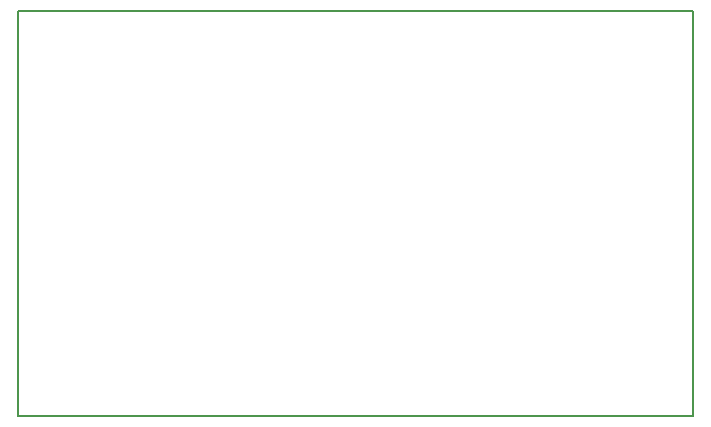
<source format=gko>
G04 DipTrace 3.3.0.1*
G04 BoardOutline.gko*
%MOMM*%
G04 #@! TF.FileFunction,Profile*
G04 #@! TF.Part,Single*
%ADD11C,0.14*%
%FSLAX35Y35*%
G04*
G71*
G90*
G75*
G01*
G04 BoardOutline*
%LPD*%
X1000000Y1000000D2*
D11*
X6720000D1*
Y4430000D1*
X1000000D1*
Y1000000D1*
M02*

</source>
